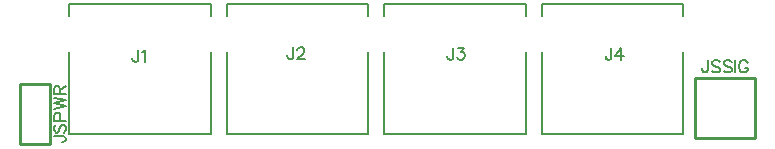
<source format=gto>
G04 DipTrace 3.0.0.2*
G04 WellMonitor.gto*
%MOIN*%
G04 #@! TF.FileFunction,Legend,Top*
G04 #@! TF.Part,Single*
%ADD10C,0.009843*%
%ADD14C,0.008*%
%ADD37C,0.006176*%
%FSLAX26Y26*%
G04*
G70*
G90*
G75*
G01*
G04 TopSilk*
%LPD*%
X607496Y880977D2*
D14*
X1079906D1*
X607496Y447914D2*
Y723504D1*
Y880977D2*
Y841622D1*
Y447914D2*
X1079906D1*
Y723504D1*
Y880977D2*
Y841622D1*
X1132496Y880977D2*
X1604906D1*
X1132496Y447914D2*
Y723504D1*
Y880977D2*
Y841622D1*
Y447914D2*
X1604906D1*
Y723504D1*
Y880977D2*
Y841622D1*
X1657496Y880977D2*
X2129906D1*
X1657496Y447914D2*
Y723504D1*
Y880977D2*
Y841622D1*
Y447914D2*
X2129906D1*
Y723504D1*
Y880977D2*
Y841622D1*
X2182496Y880977D2*
X2654906D1*
X2182496Y447914D2*
Y723504D1*
Y880977D2*
Y841622D1*
Y447914D2*
X2654906D1*
Y723504D1*
Y880977D2*
Y841622D1*
X443701Y415701D2*
D10*
X543701D1*
X443701Y615701D2*
Y415701D1*
Y615701D2*
X543701D1*
Y415701D1*
X2893701Y635701D2*
Y435701D1*
X2693701Y635701D2*
X2893701D1*
X2693701Y435701D2*
X2893701D1*
X2693701Y635701D2*
Y435701D1*
X838013Y729481D2*
D37*
Y698884D1*
X836112Y693136D1*
X834167Y691234D1*
X830364Y689289D1*
X826517D1*
X822715Y691234D1*
X820813Y693136D1*
X818868Y698884D1*
Y702686D1*
X850365Y721787D2*
X854212Y723733D1*
X859960Y729437D1*
Y689289D1*
X1354413Y738055D2*
Y707458D1*
X1352512Y701710D1*
X1350567Y699809D1*
X1346764Y697863D1*
X1342917D1*
X1339115Y699809D1*
X1337214Y701710D1*
X1335268Y707458D1*
Y711261D1*
X1368710Y728461D2*
Y730362D1*
X1370612Y734209D1*
X1372513Y736110D1*
X1376360Y738011D1*
X1384009D1*
X1387811Y736110D1*
X1389713Y734209D1*
X1391658Y730362D1*
Y726559D1*
X1389713Y722713D1*
X1385910Y717009D1*
X1366765Y697863D1*
X1393559D1*
X1887988Y736626D2*
Y706029D1*
X1886087Y700281D1*
X1884141Y698380D1*
X1880339Y696434D1*
X1876492D1*
X1872689Y698380D1*
X1870788Y700281D1*
X1868843Y706029D1*
Y709832D1*
X1904186Y736582D2*
X1925188D1*
X1913737Y721283D1*
X1919485D1*
X1923287Y719382D1*
X1925188Y717481D1*
X1927134Y711733D1*
Y707930D1*
X1925188Y702182D1*
X1921386Y698336D1*
X1915638Y696434D1*
X1909890D1*
X1904186Y698336D1*
X1902285Y700281D1*
X1900339Y704084D1*
X2414895Y736626D2*
Y706029D1*
X2412994Y700281D1*
X2411049Y698380D1*
X2407246Y696434D1*
X2403399D1*
X2399597Y698380D1*
X2397696Y700281D1*
X2395750Y706029D1*
Y709832D1*
X2446392Y696434D2*
Y736582D1*
X2427247Y709832D1*
X2455943D1*
X557268Y441234D2*
X587865D1*
X593613Y439332D1*
X595515Y437387D1*
X597460Y433584D1*
Y429738D1*
X595514Y425935D1*
X593613Y424034D1*
X587865Y422088D1*
X584063D1*
X563016Y480380D2*
X559169Y476577D1*
X557268Y470829D1*
Y463180D1*
X559169Y457432D1*
X563016Y453585D1*
X566819D1*
X570665Y455530D1*
X572567Y457432D1*
X574468Y461234D1*
X578315Y472730D1*
X580216Y476577D1*
X582161Y478478D1*
X585964Y480380D1*
X591712D1*
X595515Y476577D1*
X597460Y470829D1*
Y463180D1*
X595515Y457432D1*
X591712Y453585D1*
X578315Y492731D2*
Y509975D1*
X576413Y515679D1*
X574468Y517624D1*
X570665Y519526D1*
X564917D1*
X561115Y517624D1*
X559169Y515679D1*
X557268Y509975D1*
Y492731D1*
X597460D1*
X557268Y531877D2*
X597460Y541472D1*
X557268Y551022D1*
X597460Y560573D1*
X557268Y570168D1*
X576413Y582519D2*
Y599719D1*
X574468Y605467D1*
X572567Y607413D1*
X568764Y609314D1*
X564917D1*
X561115Y607413D1*
X559169Y605467D1*
X557268Y599719D1*
Y582519D1*
X597460D1*
X576413Y595917D2*
X597460Y609314D1*
X2737428Y694279D2*
Y663682D1*
X2735527Y657934D1*
X2733581Y656033D1*
X2729779Y654087D1*
X2725932D1*
X2722130Y656033D1*
X2720228Y657934D1*
X2718283Y663682D1*
Y667485D1*
X2776574Y688531D2*
X2772772Y692378D1*
X2767024Y694279D1*
X2759374D1*
X2753626Y692378D1*
X2749780Y688531D1*
Y684729D1*
X2751725Y680882D1*
X2753626Y678981D1*
X2757429Y677080D1*
X2768925Y673233D1*
X2772772Y671332D1*
X2774673Y669386D1*
X2776574Y665584D1*
Y659835D1*
X2772772Y656033D1*
X2767024Y654087D1*
X2759374D1*
X2753626Y656033D1*
X2749780Y659835D1*
X2815720Y688531D2*
X2811918Y692378D1*
X2806170Y694279D1*
X2798521D1*
X2792772Y692378D1*
X2788926Y688531D1*
Y684729D1*
X2790871Y680882D1*
X2792772Y678981D1*
X2796575Y677080D1*
X2808071Y673233D1*
X2811918Y671332D1*
X2813819Y669386D1*
X2815720Y665584D1*
Y659835D1*
X2811918Y656033D1*
X2806170Y654087D1*
X2798521D1*
X2792772Y656033D1*
X2788926Y659835D1*
X2828072Y694279D2*
Y654087D1*
X2869119Y684729D2*
X2867218Y688531D1*
X2863371Y692378D1*
X2859569Y694279D1*
X2851919D1*
X2848072Y692378D1*
X2844270Y688531D1*
X2842324Y684729D1*
X2840423Y678981D1*
Y669386D1*
X2842324Y663682D1*
X2844270Y659835D1*
X2848072Y656033D1*
X2851919Y654087D1*
X2859569D1*
X2863371Y656033D1*
X2867218Y659835D1*
X2869119Y663682D1*
Y669386D1*
X2859569D1*
M02*

</source>
